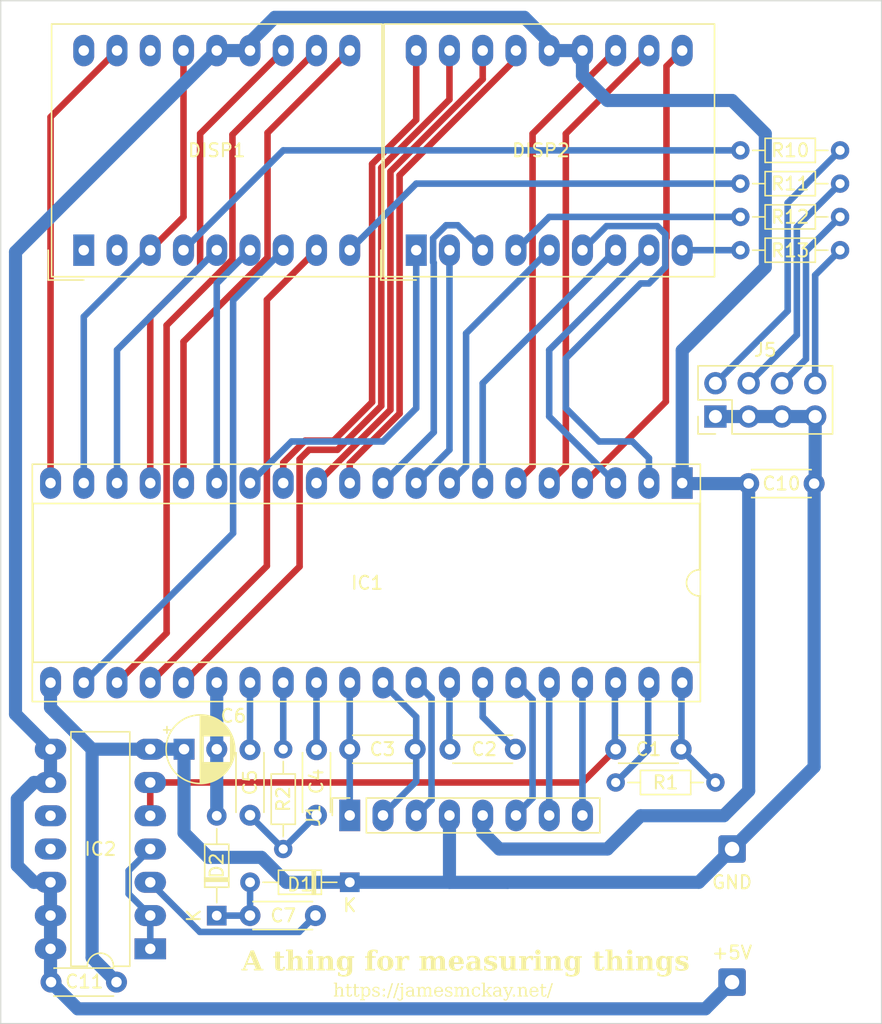
<source format=kicad_pcb>
(kicad_pcb (version 20221018) (generator pcbnew)
  (layers (0 "F.Cu" signal) (31 "B.Cu" signal) (34 "B.Paste" user) (35 "F.Paste" user) (36 "B.SilkS" user "B.Silkscreen") (37 "F.SilkS" user "F.Silkscreen") (38 "B.Mask" user) (39 "F.Mask" user) (44 "Edge.Cuts" user))
  (net 0 "")
  (net 1 "Net-(IC1-OSC3)")
  (net 2 "Net-(IC1-OSC1)")
  (net 3 "Net-(IC1-OSC2)")
  (net 4 "Net-(D2-A)")
  (net 5 "Net-(D1-A)")
  (net 6 "Net-(IC1-A-Z)")
  (net 7 "Net-(IC1-INT)")
  (net 8 "Net-(IC1-CREF-)")
  (net 9 "Net-(IC1-CREF+)")
  (net 10 "Net-(IC1-BUFF)")
  (net 11 "Net-(IC1-IN_HI)")
  (net 12 "Net-(IC1-IN_LO)")
  (net 13 "Net-(C4-Pad1)")
  (net 14 "Net-(C7-Pad2)")
  (net 15 "Net-(IC1-REF_HI)")
  (net 16 "GND")
  (net 17 "+5V")
  (net 20 "Net-(DISP1-b1)")
  (net 21 "Net-(DISP1-dp1)")
  (net 22 "Net-(DISP1-d2)")
  (net 23 "Net-(DISP1-g2)")
  (net 24 "Net-(DISP1-c2)")
  (net 25 "Net-(DISP1-dp2)")
  (net 26 "Net-(DISP1-b2)")
  (net 27 "Net-(DISP1-a2)")
  (net 28 "Net-(DISP1-f2)")
  (net 30 "Net-(DISP1-g1)")
  (net 32 "Net-(DISP2-dp1)")
  (net 33 "Net-(IC1-COMMON)")
  (net 34 "Net-(IC1-REF_LO)")
  (net 35 "Net-(IC1-TEST)")
  (net 36 "Net-(DISP2-e1)")
  (net 37 "Net-(DISP2-d1)")
  (net 38 "Net-(DISP2-c1)")
  (net 39 "Net-(DISP2-e2)")
  (net 40 "Net-(DISP2-g2)")
  (net 41 "Net-(DISP2-c2)")
  (net 42 "Net-(DISP2-dp2)")
  (net 43 "Net-(DISP2-b2)")
  (net 44 "Net-(DISP2-a2)")
  (net 45 "Net-(DISP2-f2)")
  (net 46 "Net-(DISP2-b1)")
  (net 47 "Net-(DISP2-a1)")
  (net 48 "Net-(DISP2-g1)")
  (net 49 "Net-(DISP2-f1)")
  (net 50 "Net-(DISP1-e2)")
  (net 51 "Net-(DISP2-d2)")
  (net 52 "Net-(IC2-Pad1)")
  (net 55 "Net-(J5-Pin_2)")
  (net 56 "Net-(J5-Pin_4)")
  (net 57 "Net-(J5-Pin_6)")
  (net 58 "Net-(J5-Pin_8)")
  (footprint "Capacitor_THT:C_Disc_D4.3mm_W1.9mm_P5.00mm" (layer "F.Cu") (at 165.02 78.74 180)
    (fp_text reference "C3" (at 2.5 0) (layer "F.SilkS"))
    (fp_text value "1uF" hide)
    (pad "1" thru_hole circle (at 0 0 180) (size 1.6 1.6) (drill 0.8) (layers "*.Cu" "*.Mask") (net 11 "Net-(IC1-IN_HI)"))
    (pad "2" thru_hole circle (at 5 0 180) (size 1.6 1.6) (drill 0.8) (layers "*.Cu" "*.Mask") (net 12 "Net-(IC1-IN_LO)"))
  )
  (footprint "Connector_Wire:SolderWire-0.5sqmm_1x01_D0.9mm_OD2.1mm" (layer "F.Cu") (at 189.23 86.36)
    (fp_text reference "GND" (at 0 2.54) (layer "F.SilkS"))
    (fp_text value "GND" hide)
    (pad "1" thru_hole roundrect (at 0 0) (size 2.1 2.1) (drill 1.1) (layers "*.Cu" "*.Mask") (roundrect_rratio 0.1190480952) (net 16 "GND"))
  )
  (footprint "Capacitor_THT:C_Disc_D4.3mm_W1.9mm_P5.00mm" (layer "F.Cu") (at 180.34 78.74)
    (fp_text reference "C1" (at 2.5 0) (layer "F.SilkS"))
    (fp_text value "100pF" hide)
    (pad "1" thru_hole circle (at 0 0) (size 1.6 1.6) (drill 0.8) (layers "*.Cu" "*.Mask") (net 1 "Net-(IC1-OSC3)"))
    (pad "2" thru_hole circle (at 5 0) (size 1.6 1.6) (drill 0.8) (layers "*.Cu" "*.Mask") (net 2 "Net-(IC1-OSC1)"))
  )
  (footprint "Package_DIP:DIP-14_W7.62mm_LongPads" (layer "F.Cu") (at 144.78 93.98 180)
    (fp_text reference "IC2" (at 3.81 7.62 180) (layer "F.SilkS"))
    (fp_text value "4001" hide)
    (pad "1" thru_hole rect (at 0 0 180) (size 2.4 1.6) (drill 0.8) (layers "*.Cu" "*.Mask") (net 52 "Net-(IC2-Pad1)"))
    (pad "2" thru_hole oval (at 0 2.54 180) (size 2.4 1.6) (drill 0.8) (layers "*.Cu" "*.Mask") (net 52 "Net-(IC2-Pad1)"))
    (pad "3" thru_hole oval (at 0 5.08 180) (size 2.4 1.6) (drill 0.8) (layers "*.Cu" "*.Mask") (net 14 "Net-(C7-Pad2)"))
    (pad "4" thru_hole oval (at 0 7.62 180) (size 2.4 1.6) (drill 0.8) (layers "*.Cu" "*.Mask") (net 52 "Net-(IC2-Pad1)"))
    (pad "5" thru_hole oval (at 0 10.16 180) (size 2.4 1.6) (drill 0.8) (layers "*.Cu" "*.Mask") (net 1 "Net-(IC1-OSC3)"))
    (pad "6" thru_hole oval (at 0 12.7 180) (size 2.4 1.6) (drill 0.8) (layers "*.Cu" "*.Mask") (net 1 "Net-(IC1-OSC3)"))
    (pad "7" thru_hole oval (at 0 15.24 180) (size 2.4 1.6) (drill 0.8) (layers "*.Cu" "*.Mask") (net 16 "GND"))
    (pad "8" thru_hole oval (at 7.62 15.24 180) (size 2.4 1.6) (drill 0.8) (layers "*.Cu" "*.Mask") (net 17 "+5V"))
    (pad "9" thru_hole oval (at 7.62 12.7 180) (size 2.4 1.6) (drill 0.8) (layers "*.Cu" "*.Mask") (net 17 "+5V"))
    (pad "10" thru_hole oval (at 7.62 10.16 180) (size 2.4 1.6) (drill 0.8) (layers "*.Cu" "*.Mask"))
    (pad "11" thru_hole oval (at 7.62 7.62 180) (size 2.4 1.6) (drill 0.8) (layers "*.Cu" "*.Mask"))
    (pad "12" thru_hole oval (at 7.62 5.08 180) (size 2.4 1.6) (drill 0.8) (layers "*.Cu" "*.Mask") (net 17 "+5V"))
    (pad "13" thru_hole oval (at 7.62 2.54 180) (size 2.4 1.6) (drill 0.8) (layers "*.Cu" "*.Mask") (net 17 "+5V"))
    (pad "14" thru_hole oval (at 7.62 0 180) (size 2.4 1.6) (drill 0.8) (layers "*.Cu" "*.Mask") (net 17 "+5V"))
  )
  (footprint "Connector_PinSocket_2.54mm:PinSocket_1x08_P2.54mm_Vertical" (layer "F.Cu") (at 160.02 83.795 90)
    (fp_text reference "J1" (at 0 -2.77 90) (layer "F.SilkS"))
    (fp_text value "~")
    (pad "1" thru_hole rect (at 0 0 90) (size 2.4 1.6) (drill 0.8) (layers "*.Cu" "*.Mask") (net 12 "Net-(IC1-IN_LO)"))
    (pad "2" thru_hole oval (at 0 2.54 90) (size 2.4 1.6) (drill 0.8) (layers "*.Cu" "*.Mask") (net 11 "Net-(IC1-IN_HI)"))
    (pad "3" thru_hole oval (at 0 5.08 90) (size 2.4 1.6) (drill 0.8) (layers "*.Cu" "*.Mask") (net 33 "Net-(IC1-COMMON)"))
    (pad "4" thru_hole oval (at 0 7.62 90) (size 2.4 1.6) (drill 0.8) (layers "*.Cu" "*.Mask") (net 16 "GND"))
    (pad "5" thru_hole oval (at 0 10.16 90) (size 2.4 1.6) (drill 0.8) (layers "*.Cu" "*.Mask") (net 17 "+5V"))
    (pad "6" thru_hole oval (at 0 12.7 90) (size 2.4 1.6) (drill 0.8) (layers "*.Cu" "*.Mask") (net 34 "Net-(IC1-REF_LO)"))
    (pad "7" thru_hole oval (at 0 15.24 90) (size 2.4 1.6) (drill 0.8) (layers "*.Cu" "*.Mask") (net 15 "Net-(IC1-REF_HI)"))
    (pad "8" thru_hole oval (at 0 17.78 90) (size 2.4 1.6) (drill 0.8) (layers "*.Cu" "*.Mask") (net 35 "Net-(IC1-TEST)"))
  )
  (footprint "Package_DIP:DIP-40_W15.24mm_Socket_LongPads" (layer "F.Cu") (at 185.42 58.42 -90)
    (fp_text reference "IC1" (at 7.62 24.0725) (layer "F.SilkS"))
    (fp_text value "ICL7107CPL" hide)
    (pad "1" thru_hole rect (at 0 0 270) (size 2.4 1.6) (drill 0.8) (layers "*.Cu" "*.Mask") (net 17 "+5V"))
    (pad "2" thru_hole oval (at 0 2.54 270) (size 2.4 1.6) (drill 0.8) (layers "*.Cu" "*.Mask") (net 51 "Net-(DISP2-d2)"))
    (pad "3" thru_hole oval (at 0 5.08 270) (size 2.4 1.6) (drill 0.8) (layers "*.Cu" "*.Mask") (net 41 "Net-(DISP2-c2)"))
    (pad "4" thru_hole oval (at 0 7.62 270) (size 2.4 1.6) (drill 0.8) (layers "*.Cu" "*.Mask") (net 43 "Net-(DISP2-b2)"))
    (pad "5" thru_hole oval (at 0 10.16 270) (size 2.4 1.6) (drill 0.8) (layers "*.Cu" "*.Mask") (net 44 "Net-(DISP2-a2)"))
    (pad "6" thru_hole oval (at 0 12.7 270) (size 2.4 1.6) (drill 0.8) (layers "*.Cu" "*.Mask") (net 45 "Net-(DISP2-f2)"))
    (pad "7" thru_hole oval (at 0 15.24 270) (size 2.4 1.6) (drill 0.8) (layers "*.Cu" "*.Mask") (net 40 "Net-(DISP2-g2)"))
    (pad "8" thru_hole oval (at 0 17.78 270) (size 2.4 1.6) (drill 0.8) (layers "*.Cu" "*.Mask") (net 39 "Net-(DISP2-e2)"))
    (pad "9" thru_hole oval (at 0 20.32 270) (size 2.4 1.6) (drill 0.8) (layers "*.Cu" "*.Mask") (net 37 "Net-(DISP2-d1)"))
    (pad "10" thru_hole oval (at 0 22.86 270) (size 2.4 1.6) (drill 0.8) (layers "*.Cu" "*.Mask") (net 38 "Net-(DISP2-c1)"))
    (pad "11" thru_hole oval (at 0 25.4 270) (size 2.4 1.6) (drill 0.8) (layers "*.Cu" "*.Mask") (net 46 "Net-(DISP2-b1)"))
    (pad "12" thru_hole oval (at 0 27.94 270) (size 2.4 1.6) (drill 0.8) (layers "*.Cu" "*.Mask") (net 47 "Net-(DISP2-a1)"))
    (pad "13" thru_hole oval (at 0 30.48 270) (size 2.4 1.6) (drill 0.8) (layers "*.Cu" "*.Mask") (net 49 "Net-(DISP2-f1)"))
    (pad "14" thru_hole oval (at 0 33.02 270) (size 2.4 1.6) (drill 0.8) (layers "*.Cu" "*.Mask") (net 36 "Net-(DISP2-e1)"))
    (pad "15" thru_hole oval (at 0 35.56 270) (size 2.4 1.6) (drill 0.8) (layers "*.Cu" "*.Mask") (net 22 "Net-(DISP1-d2)"))
    (pad "16" thru_hole oval (at 0 38.1 270) (size 2.4 1.6) (drill 0.8) (layers "*.Cu" "*.Mask") (net 26 "Net-(DISP1-b2)"))
    (pad "17" thru_hole oval (at 0 40.64 270) (size 2.4 1.6) (drill 0.8) (layers "*.Cu" "*.Mask") (net 28 "Net-(DISP1-f2)"))
    (pad "18" thru_hole oval (at 0 43.18 270) (size 2.4 1.6) (drill 0.8) (layers "*.Cu" "*.Mask") (net 50 "Net-(DISP1-e2)"))
    (pad "19" thru_hole oval (at 0 45.72 270) (size 2.4 1.6) (drill 0.8) (layers "*.Cu" "*.Mask") (net 20 "Net-(DISP1-b1)"))
    (pad "20" thru_hole oval (at 0 48.26 270) (size 2.4 1.6) (drill 0.8) (layers "*.Cu" "*.Mask") (net 30 "Net-(DISP1-g1)"))
    (pad "21" thru_hole oval (at 15.24 48.26 270) (size 2.4 1.6) (drill 0.8) (layers "*.Cu" "*.Mask") (net 16 "GND"))
    (pad "22" thru_hole oval (at 15.24 45.72 270) (size 2.4 1.6) (drill 0.8) (layers "*.Cu" "*.Mask") (net 23 "Net-(DISP1-g2)"))
    (pad "23" thru_hole oval (at 15.24 43.18 270) (size 2.4 1.6) (drill 0.8) (layers "*.Cu" "*.Mask") (net 27 "Net-(DISP1-a2)"))
    (pad "24" thru_hole oval (at 15.24 40.64 270) (size 2.4 1.6) (drill 0.8) (layers "*.Cu" "*.Mask") (net 24 "Net-(DISP1-c2)"))
    (pad "25" thru_hole oval (at 15.24 38.1 270) (size 2.4 1.6) (drill 0.8) (layers "*.Cu" "*.Mask") (net 48 "Net-(DISP2-g1)"))
    (pad "26" thru_hole oval (at 15.24 35.56 270) (size 2.4 1.6) (drill 0.8) (layers "*.Cu" "*.Mask") (net 4 "Net-(D2-A)"))
    (pad "27" thru_hole oval (at 15.24 33.02 270) (size 2.4 1.6) (drill 0.8) (layers "*.Cu" "*.Mask") (net 7 "Net-(IC1-INT)"))
    (pad "28" thru_hole oval (at 15.24 30.48 270) (size 2.4 1.6) (drill 0.8) (layers "*.Cu" "*.Mask") (net 10 "Net-(IC1-BUFF)"))
    (pad "29" thru_hole oval (at 15.24 27.94 270) (size 2.4 1.6) (drill 0.8) (layers "*.Cu" "*.Mask") (net 6 "Net-(IC1-A-Z)"))
    (pad "30" thru_hole oval (at 15.24 25.4 270) (size 2.4 1.6) (drill 0.8) (layers "*.Cu" "*.Mask") (net 12 "Net-(IC1-IN_LO)"))
    (pad "31" thru_hole oval (at 15.24 22.86 270) (size 2.4 1.6) (drill 0.8) (layers "*.Cu" "*.Mask") (net 11 "Net-(IC1-IN_HI)"))
    (pad "32" thru_hole oval (at 15.24 20.32 270) (size 2.4 1.6) (drill 0.8) (layers "*.Cu" "*.Mask") (net 33 "Net-(IC1-COMMON)"))
    (pad "33" thru_hole oval (at 15.24 17.78 270) (size 2.4 1.6) (drill 0.8) (layers "*.Cu" "*.Mask") (net 8 "Net-(IC1-CREF-)"))
    (pad "34" thru_hole oval (at 15.24 15.24 270) (size 2.4 1.6) (drill 0.8) (layers "*.Cu" "*.Mask") (net 9 "Net-(IC1-CREF+)"))
    (pad "35" thru_hole oval (at 15.24 12.7 270) (size 2.4 1.6) (drill 0.8) (layers "*.Cu" "*.Mask") (net 34 "Net-(IC1-REF_LO)"))
    (pad "36" thru_hole oval (at 15.24 10.16 270) (size 2.4 1.6) (drill 0.8) (layers "*.Cu" "*.Mask") (net 15 "Net-(IC1-REF_HI)"))
    (pad "37" thru_hole oval (at 15.24 7.62 270) (size 2.4 1.6) (drill 0.8) (layers "*.Cu" "*.Mask") (net 35 "Net-(IC1-TEST)"))
    (pad "38" thru_hole oval (at 15.24 5.08 270) (size 2.4 1.6) (drill 0.8) (layers "*.Cu" "*.Mask") (net 1 "Net-(IC1-OSC3)"))
    (pad "39" thru_hole oval (at 15.24 2.54 270) (size 2.4 1.6) (drill 0.8) (layers "*.Cu" "*.Mask") (net 3 "Net-(IC1-OSC2)"))
    (pad "40" thru_hole oval (at 15.24 0 270) (size 2.4 1.6) (drill 0.8) (layers "*.Cu" "*.Mask") (net 2 "Net-(IC1-OSC1)"))
  )
  (footprint "Display_7Segment:DA56-11SURKWA" (layer "F.Cu") (at 139.7 40.64 90)
    (fp_text reference "DISP1" (at 7.62 10.16 180) (layer "F.SilkS"))
    (fp_text value "D512HDB")
    (pad "1" thru_hole rect (at 0 0 90) (size 2.4 1.6) (drill 0.8) (layers "*.Cu" "*.Mask"))
    (pad "2" thru_hole oval (at 0 2.54 90) (size 2.4 1.6) (drill 0.8) (layers "*.Cu" "*.Mask"))
    (pad "3" thru_hole oval (at 0 5.08 90) (size 2.4 1.6) (drill 0.8) (layers "*.Cu" "*.Mask") (net 20 "Net-(DISP1-b1)"))
    (pad "4" thru_hole oval (at 0 7.62 90) (size 2.4 1.6) (drill 0.8) (layers "*.Cu" "*.Mask") (net 21 "Net-(DISP1-dp1)"))
    (pad "5" thru_hole oval (at 0 10.16 90) (size 2.4 1.6) (drill 0.8) (layers "*.Cu" "*.Mask") (net 50 "Net-(DISP1-e2)"))
    (pad "6" thru_hole oval (at 0 12.7 90) (size 2.4 1.6) (drill 0.8) (layers "*.Cu" "*.Mask") (net 22 "Net-(DISP1-d2)"))
    (pad "7" thru_hole oval (at 0 15.24 90) (size 2.4 1.6) (drill 0.8) (layers "*.Cu" "*.Mask") (net 23 "Net-(DISP1-g2)"))
    (pad "8" thru_hole oval (at 0 17.78 90) (size 2.4 1.6) (drill 0.8) (layers "*.Cu" "*.Mask") (net 24 "Net-(DISP1-c2)"))
    (pad "9" thru_hole oval (at 0 20.32 90) (size 2.4 1.6) (drill 0.8) (layers "*.Cu" "*.Mask") (net 25 "Net-(DISP1-dp2)"))
    (pad "10" thru_hole oval (at 15.24 20.32 90) (size 2.4 1.6) (drill 0.8) (layers "*.Cu" "*.Mask") (net 26 "Net-(DISP1-b2)"))
    (pad "11" thru_hole oval (at 15.24 17.78 90) (size 2.4 1.6) (drill 0.8) (layers "*.Cu" "*.Mask") (net 27 "Net-(DISP1-a2)"))
    (pad "12" thru_hole oval (at 15.24 15.24 90) (size 2.4 1.6) (drill 0.8) (layers "*.Cu" "*.Mask") (net 28 "Net-(DISP1-f2)"))
    (pad "13" thru_hole oval (at 15.24 12.7 90) (size 2.4 1.6) (drill 0.8) (layers "*.Cu" "*.Mask") (net 17 "+5V"))
    (pad "14" thru_hole oval (at 15.24 10.16 90) (size 2.4 1.6) (drill 0.8) (layers "*.Cu" "*.Mask") (net 17 "+5V"))
    (pad "15" thru_hole oval (at 15.24 7.62 90) (size 2.4 1.6) (drill 0.8) (layers "*.Cu" "*.Mask") (net 20 "Net-(DISP1-b1)"))
    (pad "16" thru_hole oval (at 15.24 5.08 90) (size 2.4 1.6) (drill 0.8) (layers "*.Cu" "*.Mask"))
    (pad "17" thru_hole oval (at 15.24 2.54 90) (size 2.4 1.6) (drill 0.8) (layers "*.Cu" "*.Mask") (net 30 "Net-(DISP1-g1)"))
    (pad "18" thru_hole oval (at 15.24 0 90) (size 2.4 1.6) (drill 0.8) (layers "*.Cu" "*.Mask"))
  )
  (footprint "Display_7Segment:DA56-11SURKWA" (layer "F.Cu") (at 165.1 40.64 90)
    (fp_text reference "DISP2" (at 7.62 9.525 180) (layer "F.SilkS"))
    (fp_text value "D512HDB" hide)
    (pad "1" thru_hole rect (at 0 0 90) (size 2.4 1.6) (drill 0.8) (layers "*.Cu" "*.Mask") (net 36 "Net-(DISP2-e1)"))
    (pad "2" thru_hole oval (at 0 2.54 90) (size 2.4 1.6) (drill 0.8) (layers "*.Cu" "*.Mask") (net 37 "Net-(DISP2-d1)"))
    (pad "3" thru_hole oval (at 0 5.08 90) (size 2.4 1.6) (drill 0.8) (layers "*.Cu" "*.Mask") (net 38 "Net-(DISP2-c1)"))
    (pad "4" thru_hole oval (at 0 7.62 90) (size 2.4 1.6) (drill 0.8) (layers "*.Cu" "*.Mask") (net 32 "Net-(DISP2-dp1)"))
    (pad "5" thru_hole oval (at 0 10.16 90) (size 2.4 1.6) (drill 0.8) (layers "*.Cu" "*.Mask") (net 39 "Net-(DISP2-e2)"))
    (pad "6" thru_hole oval (at 0 12.7 90) (size 2.4 1.6) (drill 0.8) (layers "*.Cu" "*.Mask") (net 51 "Net-(DISP2-d2)"))
    (pad "7" thru_hole oval (at 0 15.24 90) (size 2.4 1.6) (drill 0.8) (layers "*.Cu" "*.Mask") (net 40 "Net-(DISP2-g2)"))
    (pad "8" thru_hole oval (at 0 17.78 90) (size 2.4 1.6) (drill 0.8) (layers "*.Cu" "*.Mask") (net 41 "Net-(DISP2-c2)"))
    (pad "9" thru_hole oval (at 0 20.32 90) (size 2.4 1.6) (drill 0.8) (layers "*.Cu" "*.Mask") (net 42 "Net-(DISP2-dp2)"))
    (pad "10" thru_hole oval (at 15.24 20.32 90) (size 2.4 1.6) (drill 0.8) (layers "*.Cu" "*.Mask") (net 43 "Net-(DISP2-b2)"))
    (pad "11" thru_hole oval (at 15.24 17.78 90) (size 2.4 1.6) (drill 0.8) (layers "*.Cu" "*.Mask") (net 44 "Net-(DISP2-a2)"))
    (pad "12" thru_hole oval (at 15.24 15.24 90) (size 2.4 1.6) (drill 0.8) (layers "*.Cu" "*.Mask") (net 45 "Net-(DISP2-f2)"))
    (pad "13" thru_hole oval (at 15.24 12.7 90) (size 2.4 1.6) (drill 0.8) (layers "*.Cu" "*.Mask") (net 17 "+5V"))
    (pad "14" thru_hole oval (at 15.24 10.16 90) (size 2.4 1.6) (drill 0.8) (layers "*.Cu" "*.Mask") (net 17 "+5V"))
    (pad "15" thru_hole oval (at 15.24 7.62 90) (size 2.4 1.6) (drill 0.8) (layers "*.Cu" "*.Mask") (net 46 "Net-(DISP2-b1)"))
    (pad "16" thru_hole oval (at 15.24 5.08 90) (size 2.4 1.6) (drill 0.8) (layers "*.Cu" "*.Mask") (net 47 "Net-(DISP2-a1)"))
    (pad "17" thru_hole oval (at 15.24 2.54 90) (size 2.4 1.6) (drill 0.8) (layers "*.Cu" "*.Mask") (net 48 "Net-(DISP2-g1)"))
    (pad "18" thru_hole oval (at 15.24 0 90) (size 2.4 1.6) (drill 0.8) (layers "*.Cu" "*.Mask") (net 49 "Net-(DISP2-f1)"))
  )
  (footprint "Resistor_THT:R_Axial_DIN0204_L3.6mm_D1.6mm_P7.62mm_Horizontal" (layer "F.Cu") (at 189.865 35.56)
    (fp_text reference "R11" (at 3.81 0) (layer "F.SilkS"))
    (fp_text value "620R" hide)
    (pad "1" thru_hole circle (at 0 0) (size 1.4 1.4) (drill 0.7) (layers "*.Cu" "*.Mask") (net 25 "Net-(DISP1-dp2)"))
    (pad "2" thru_hole oval (at 7.62 0) (size 1.4 1.4) (drill 0.7) (layers "*.Cu" "*.Mask") (net 56 "Net-(J5-Pin_4)"))
  )
  (footprint "Resistor_THT:R_Axial_DIN0204_L3.6mm_D1.6mm_P7.62mm_Horizontal" (layer "F.Cu") (at 197.485 33.02 180)
    (fp_text reference "R10" (at 3.81 0) (layer "F.SilkS"))
    (fp_text value "620R" hide)
    (pad "1" thru_hole circle (at 0 0 180) (size 1.4 1.4) (drill 0.7) (layers "*.Cu" "*.Mask") (net 55 "Net-(J5-Pin_2)"))
    (pad "2" thru_hole oval (at 7.62 0 180) (size 1.4 1.4) (drill 0.7) (layers "*.Cu" "*.Mask") (net 21 "Net-(DISP1-dp1)"))
  )
  (footprint "Connector_PinHeader_2.54mm:PinHeader_2x04_P2.54mm_Vertical" (layer "F.Cu") (at 187.96 53.34 90)
    (fp_text reference "J5" (at 5.08 3.81) (layer "F.SilkS"))
    (fp_text value "~")
    (pad "1" thru_hole rect (at 0 0 90) (size 1.7 1.7) (drill 1) (layers "*.Cu" "*.Mask") (net 16 "GND"))
    (pad "2" thru_hole oval (at 2.54 0 90) (size 1.7 1.7) (drill 1) (layers "*.Cu" "*.Mask") (net 55 "Net-(J5-Pin_2)"))
    (pad "3" thru_hole oval (at 0 2.54 90) (size 1.7 1.7) (drill 1) (layers "*.Cu" "*.Mask") (net 16 "GND"))
    (pad "4" thru_hole oval (at 2.54 2.54 90) (size 1.7 1.7) (drill 1) (layers "*.Cu" "*.Mask") (net 56 "Net-(J5-Pin_4)"))
    (pad "5" thru_hole oval (at 0 5.08 90) (size 1.7 1.7) (drill 1) (layers "*.Cu" "*.Mask") (net 16 "GND"))
    (pad "6" thru_hole oval (at 2.54 5.08 90) (size 1.7 1.7) (drill 1) (layers "*.Cu" "*.Mask") (net 57 "Net-(J5-Pin_6)"))
    (pad "7" thru_hole oval (at 0 7.62 90) (size 1.7 1.7) (drill 1) (layers "*.Cu" "*.Mask") (net 16 "GND"))
    (pad "8" thru_hole oval (at 2.54 7.62 90) (size 1.7 1.7) (drill 1) (layers "*.Cu" "*.Mask") (net 58 "Net-(J5-Pin_8)"))
  )
  (footprint "Capacitor_THT:C_Disc_D4.3mm_W1.9mm_P5.00mm" (layer "F.Cu") (at 152.4 91.44)
    (fp_text reference "C7" (at 2.54 0) (layer "F.SilkS"))
    (fp_text value "47nF" hide)
    (pad "1" thru_hole circle (at 0 0) (size 1.6 1.6) (drill 0.8) (layers "*.Cu" "*.Mask") (net 5 "Net-(D1-A)"))
    (pad "2" thru_hole circle (at 5 0) (size 1.6 1.6) (drill 0.8) (layers "*.Cu" "*.Mask") (net 14 "Net-(C7-Pad2)"))
  )
  (footprint "MountingHole:MountingHole_3.2mm_M3" (layer "F.Cu") (at 180.325 50.8)
    (fp_text reference "REF**" hide)
    (fp_text value "MountingHole_3.2mm_M3" hide)
    (pad "" np_thru_hole circle (at 0 0) (size 3.2 3.2) (drill 3.2) (layers "F&B.Cu" "*.Mask"))
  )
  (footprint "Diode_THT:D_DO-34_SOD68_P7.62mm_Horizontal" (layer "F.Cu") (at 160.025 88.9 180)
    (fp_text reference "D1" (at 3.81 -0.17) (layer "F.SilkS"))
    (fp_text value "1N4148" hide)
    (fp_text user "K" (at 0 -1.75) (layer "F.SilkS"))
    (pad "1" thru_hole rect (at 0 0 180) (size 1.5 1.5) (drill 0.75) (layers "*.Cu" "*.Mask") (net 16 "GND"))
    (pad "2" thru_hole oval (at 7.62 0 180) (size 1.5 1.5) (drill 0.75) (layers "*.Cu" "*.Mask") (net 5 "Net-(D1-A)"))
  )
  (footprint "Capacitor_THT:C_Disc_D4.3mm_W1.9mm_P5.00mm" (layer "F.Cu") (at 167.68 78.74)
    (fp_text reference "C2" (at 2.6125 0) (layer "F.SilkS"))
    (fp_text value "100nF" hide)
    (pad "1" thru_hole circle (at 0 0) (size 1.6 1.6) (drill 0.8) (layers "*.Cu" "*.Mask") (net 8 "Net-(IC1-CREF-)"))
    (pad "2" thru_hole circle (at 5 0) (size 1.6 1.6) (drill 0.8) (layers "*.Cu" "*.Mask") (net 9 "Net-(IC1-CREF+)"))
  )
  (footprint "Capacitor_THT:C_Disc_D4.3mm_W1.9mm_P5.00mm" (layer "F.Cu") (at 157.48 83.78 90)
    (fp_text reference "C4" (at 2.58 0 90) (layer "F.SilkS"))
    (fp_text value "47nF" hide)
    (pad "1" thru_hole circle (at 0 0 90) (size 1.6 1.6) (drill 0.8) (layers "*.Cu" "*.Mask") (net 13 "Net-(C4-Pad1)"))
    (pad "2" thru_hole circle (at 5 0 90) (size 1.6 1.6) (drill 0.8) (layers "*.Cu" "*.Mask") (net 6 "Net-(IC1-A-Z)"))
  )
  (footprint "Capacitor_THT:C_Disc_D4.3mm_W1.9mm_P5.00mm" (layer "F.Cu") (at 152.4 83.78 90)
    (fp_text reference "C5" (at 2.5 0 90) (layer "F.SilkS"))
    (fp_text value "220nF" hide)
    (pad "1" thru_hole circle (at 0 0 90) (size 1.6 1.6) (drill 0.8) (layers "*.Cu" "*.Mask") (net 13 "Net-(C4-Pad1)"))
    (pad "2" thru_hole circle (at 5 0 90) (size 1.6 1.6) (drill 0.8) (layers "*.Cu" "*.Mask") (net 7 "Net-(IC1-INT)"))
  )
  (footprint "Diode_THT:D_DO-34_SOD68_P7.62mm_Horizontal" (layer "F.Cu") (at 149.86 91.445 90)
    (fp_text reference "D2" (at 3.815 0 90) (layer "F.SilkS"))
    (fp_text value "1N4148" hide)
    (fp_text user "K" (at 0 -1.75 90) (layer "F.SilkS"))
    (pad "1" thru_hole rect (at 0 0 90) (size 1.5 1.5) (drill 0.75) (layers "*.Cu" "*.Mask") (net 5 "Net-(D1-A)"))
    (pad "2" thru_hole oval (at 7.62 0 90) (size 1.5 1.5) (drill 0.75) (layers "*.Cu" "*.Mask") (net 4 "Net-(D2-A)"))
  )
  (footprint "MountingHole:MountingHole_3.2mm_M3" (layer "F.Cu") (at 157.465 50.8)
    (fp_text reference "REF**" hide)
    (fp_text value "MountingHole_3.2mm_M3" hide)
    (pad "" np_thru_hole circle (at 0 0) (size 3.2 3.2) (drill 3.2) (layers "F&B.Cu" "*.Mask"))
  )
  (footprint "Capacitor_THT:C_Disc_D4.3mm_W1.9mm_P5.00mm" (layer "F.Cu") (at 190.5 58.46)
    (fp_text reference "C10" (at 2.5 0) (layer "F.SilkS"))
    (fp_text value "47nF" hide)
    (pad "1" thru_hole circle (at 0 0) (size 1.6 1.6) (drill 0.8) (layers "*.Cu" "*.Mask") (net 17 "+5V"))
    (pad "2" thru_hole circle (at 5 0) (size 1.6 1.6) (drill 0.8) (layers "*.Cu" "*.Mask") (net 16 "GND"))
  )
  (footprint "Capacitor_THT:CP_Radial_D5.0mm_P2.50mm" (layer "F.Cu") (at 147.36 78.74)
    (fp_text reference "C6" (at 3.77 -2.54) (layer "F.SilkS"))
    (fp_text value "10uF" hide)
    (pad "1" thru_hole rect (at 0 0) (size 1.6 1.6) (drill 0.8) (layers "*.Cu" "*.Mask") (net 16 "GND"))
    (pad "2" thru_hole circle (at 2.5 0) (size 1.6 1.6) (drill 0.8) (layers "*.Cu" "*.Mask") (net 4 "Net-(D2-A)"))
  )
  (footprint "Resistor_THT:R_Axial_DIN0204_L3.6mm_D1.6mm_P7.62mm_Horizontal" (layer "F.Cu") (at 189.865 40.64)
    (fp_text reference "R13" (at 3.81 0.025) (layer "F.SilkS"))
    (fp_text value "620R" hide)
    (pad "1" thru_hole circle (at 0 0) (size 1.4 1.4) (drill 0.7) (layers "*.Cu" "*.Mask") (net 42 "Net-(DISP2-dp2)"))
    (pad "2" thru_hole oval (at 7.62 0) (size 1.4 1.4) (drill 0.7) (layers "*.Cu" "*.Mask") (net 58 "Net-(J5-Pin_8)"))
  )
  (footprint "Resistor_THT:R_Axial_DIN0204_L3.6mm_D1.6mm_P7.62mm_Horizontal" (layer "F.Cu") (at 154.94 78.74 -90)
    (fp_text reference "R2" (at 3.81 0 90) (layer "F.SilkS"))
    (fp_text value "470k" hide)
    (pad "1" thru_hole circle (at 0 0 270) (size 1.4 1.4) (drill 0.7) (layers "*.Cu" "*.Mask") (net 10 "Net-(IC1-BUFF)"))
    (pad "2" thru_hole oval (at 7.62 0 270) (size 1.4 1.4) (drill 0.7) (layers "*.Cu" "*.Mask") (net 13 "Net-(C4-Pad1)"))
  )
  (footprint "Resistor_THT:R_Axial_DIN0204_L3.6mm_D1.6mm_P7.62mm_Horizontal" (layer "F.Cu") (at 180.34 81.28)
    (fp_text reference "R1" (at 3.81 0) (layer "F.SilkS"))
    (fp_text value "100k" hide)
    (pad "1" thru_hole circle (at 0 0) (size 1.4 1.4) (drill 0.7) (layers "*.Cu" "*.Mask") (net 3 "Net-(IC1-OSC2)"))
    (pad "2" thru_hole oval (at 7.62 0) (size 1.4 1.4) (drill 0.7) (layers "*.Cu" "*.Mask") (net 2 "Net-(IC1-OSC1)"))
  )
  (footprint "Capacitor_THT:C_Disc_D4.3mm_W1.9mm_P5.00mm" (layer "F.Cu") (at 137.2 96.52)
    (fp_text reference "C11" (at 2.54 -0.04) (layer "F.SilkS"))
    (fp_text value "47nF" hide)
    (pad "1" thru_hole circle (at 0 0) (size 1.6 1.6) (drill 0.8) (layers "*.Cu" "*.Mask") (net 17 "+5V"))
    (pad "2" thru_hole circle (at 5 0) (size 1.6 1.6) (drill 0.8) (layers "*.Cu" "*.Mask") (net 16 "GND"))
  )
  (footprint "Connector_Wire:SolderWire-0.5sqmm_1x01_D0.9mm_OD2.1mm" (layer "F.Cu") (at 189.23 96.52)
    (fp_text reference "+5V" (at 0 -2.25) (layer "F.SilkS"))
    (fp_text value "+5V" hide)
    (pad "1" thru_hole roundrect (at 0 0) (size 2.1 2.1) (drill 1.1) (layers "*.Cu" "*.Mask") (roundrect_rratio 0.1190480952) (net 17 "+5V"))
  )
  (footprint "Resistor_THT:R_Axial_DIN0204_L3.6mm_D1.6mm_P7.62mm_Horizontal" (layer "F.Cu") (at 189.865 38.1)
    (fp_text reference "R12" (at 3.81 0) (layer "F.SilkS"))
    (fp_text value "620R" hide)
    (pad "1" thru_hole circle (at 0 0) (size 1.4 1.4) (drill 0.7) (layers "*.Cu" "*.Mask") (net 32 "Net-(DISP2-dp1)"))
    (pad "2" thru_hole oval (at 7.62 0) (size 1.4 1.4) (drill 0.7) (layers "*.Cu" "*.Mask") (net 57 "Net-(J5-Pin_6)"))
  )
  (gr_rect (start 133.35 21.59) (end 200.66 99.695) (stroke (width 0.1)) (fill none) (layer "Edge.Cuts"))
  (gr_text "A thing for measuring things" (at 151.765 95.885) (layer "F.SilkS") (effects (font (size 1.5 1.5) (thickness 0.3) bold) (justify left bottom)))
  (gr_text "https://jamesmckay.net/" (at 158.75 97.79) (layer "F.SilkS") (effects (font (size 1 1) (thickness 0.125)) (justify left bottom)))
  (segment (start 180.34 78.74) (end 177.8 81.28) (width 0.5) (layer "F.Cu") (net 1))
  (segment (start 144.78 81.28) (end 144.78 83.82) (width 0.5) (layer "F.Cu") (net 1))
  (segment (start 177.8 81.28) (end 144.78 81.28) (width 0.5) (layer "F.Cu") (net 1))
  (segment (start 180.2825 73.66) (end 180.2825 78.6825) (width 0.5) (layer "B.Cu") (net 1))
  (segment (start 185.3625 73.66) (end 185.3625 78.7175) (width 0.5) (layer "B.Cu") (net 2))
  (segment (start 187.88 81.28) (end 185.34 78.74) (width 0.5) (layer "B.Cu") (net 2))
  (segment (start 182.8225 73.66) (end 182.8225 78.7975) (width 0.5) (layer "B.Cu") (net 3))
  (segment (start 182.8225 78.7975) (end 180.34 81.28) (width 0.5) (layer "B.Cu") (net 3))
  (segment (start 149.86 73.66) (end 149.86 78.74) (width 1) (layer "B.Cu") (net 4))
  (segment (start 149.86 78.74) (end 149.86 83.825) (width 1) (layer "B.Cu") (net 4))
  (segment (start 152.405 88.9) (end 152.405 91.435) (width 0.5) (layer "B.Cu") (net 5))
  (segment (start 149.86 91.445) (end 152.395 91.445) (width 0.5) (layer "B.Cu") (net 5))
  (segment (start 157.48 78.78) (end 157.48 73.66) (width 0.5) (layer "B.Cu") (net 6))
  (segment (start 152.4 78.78) (end 152.4 73.66) (width 0.5) (layer "B.Cu") (net 7))
  (segment (start 167.64 73.66) (end 167.64 78.7) (width 0.5) (layer "B.Cu") (net 8))
  (segment (start 170.18 73.7325) (end 170.18 76.27625) (width 0.5) (layer "B.Cu") (net 9))
  (segment (start 170.18 76.27625) (end 172.5675 78.66375) (width 0.5) (layer "B.Cu") (net 9))
  (segment (start 154.94 78.74) (end 154.94 73.66) (width 0.5) (layer "B.Cu") (net 10))
  (segment (start 165.1 81.1975) (end 162.5025 83.795) (width 0.5) (layer "B.Cu") (net 11))
  (segment (start 165.1 76.2725) (end 165.1 81.1975) (width 0.5) (layer "B.Cu") (net 11))
  (segment (start 162.56 73.7325) (end 165.1 76.2725) (width 0.5) (layer "B.Cu") (net 11))
  (segment (start 160.02 83.7375) (end 160.02 73.66) (width 0.5) (layer "B.Cu") (net 12))
  (segment (start 154.94 86.32) (end 157.48 83.78) (width 0.5) (layer "B.Cu") (net 13))
  (segment (start 152.4 83.82) (end 154.94 86.36) (width 0.5) (layer "B.Cu") (net 13))
  (segment (start 148.57 92.69) (end 156.15 92.69) (width 0.5) (layer "B.Cu") (net 14))
  (segment (start 156.15 92.69) (end 157.4 91.44) (width 0.5) (layer "B.Cu") (net 14))
  (segment (start 144.78 88.9) (end 148.57 92.69) (width 0.5) (layer "B.Cu") (net 14))
  (segment (start 175.26 73.66) (end 175.26 83.7375) (width 0.5) (layer "B.Cu") (net 15))
  (segment (start 195.58 53.34) (end 195.58 58.38) (width 1) (layer "B.Cu") (net 16))
  (segment (start 140.335 94.655) (end 140.335 78.74) (width 1) (layer "B.Cu") (net 16))
  (segment (start 142.2 96.52) (end 140.335 94.655) (width 1) (layer "B.Cu") (net 16))
  (segment (start 167.64 83.795) (end 167.64 88.9) (width 1) (layer "B.Cu") (net 16))
  (segment (start 186.69 88.9) (end 195.5 80.09) (width 1) (layer "B.Cu") (net 16))
  (segment (start 137.16 75.565) (end 140.335 78.74) (width 1) (layer "B.Cu") (net 16))
  (segment (start 153.267896 86.995) (end 155.172896 88.9) (width 1) (layer "B.Cu") (net 16))
  (segment (start 137.16 73.66) (end 137.16 75.565) (width 1) (layer "B.Cu") (net 16))
  (segment (start 187.96 53.34) (end 195.58 53.34) (width 1) (layer "B.Cu") (net 16))
  (segment (start 195.5 80.09) (end 195.5 58.46) (width 1) (layer "B.Cu") (net 16))
  (segment (start 167.64 88.9) (end 172.085 88.9) (width 1) (layer "B.Cu") (net 16))
  (segment (start 149.225 86.995) (end 153.267896 86.995) (width 1) (layer "B.Cu") (net 16))
  (segment (start 147.36 85.13) (end 149.225 86.995) (width 1) (layer "B.Cu") (net 16))
  (segment (start 172.085 88.9) (end 186.69 88.9) (width 1) (layer "B.Cu") (net 16))
  (segment (start 140.335 78.74) (end 147.36 78.74) (width 1) (layer "B.Cu") (net 16))
  (segment (start 147.36 78.74) (end 147.36 85.13) (width 1) (layer "B.Cu") (net 16))
  (segment (start 155.172896 88.9) (end 172.085 88.9) (width 1) (layer "B.Cu") (net 16))
  (segment (start 179.705 29.21) (end 189.23 29.21) (width 1) (layer "B.Cu") (net 17))
  (segment (start 134.62 87.63) (end 134.62 82.55) (width 1) (layer "B.Cu") (net 17))
  (segment (start 177.8 25.4) (end 177.8 27.305) (width 1) (layer "B.Cu") (net 17))
  (segment (start 187.19 98.56) (end 189.23 96.52) (width 1) (layer "B.Cu") (net 17))
  (segment (start 190.5 81.915) (end 190.5 58.46) (width 1) (layer "B.Cu") (net 17))
  (segment (start 137.16 93.98) (end 137.16 96.48) (width 1) (layer "B.Cu") (net 17))
  (segment (start 135.89 81.28) (end 137.16 81.28) (width 1) (layer "B.Cu") (net 17))
  (segment (start 137.16 88.9) (end 135.89 88.9) (width 1) (layer "B.Cu") (net 17))
  (segment (start 185.46 58.46) (end 190.5 58.46) (width 1) (layer "B.Cu") (net 17))
  (segment (start 135.89 88.9) (end 134.62 87.63) (width 1) (layer "B.Cu") (net 17))
  (segment (start 170.18 83.795) (end 170.18 85.09) (width 1) (layer "B.Cu") (net 17))
  (segment (start 175.26 25.4) (end 177.8 25.4) (width 1) (layer "B.Cu") (net 17))
  (segment (start 189.23 29.21) (end 191.77 31.75) (width 1) (layer "B.Cu") (net 17))
  (segment (start 134.62 82.55) (end 135.89 81.28) (width 1) (layer "B.Cu") (net 17))
  (segment (start 137.16 81.28) (end 137.16 78.74) (width 1) (layer "B.Cu") (net 17))
  (segment (start 139.24 98.56) (end 187.19 98.56) (width 1) (layer "B.Cu") (net 17))
  (segment (start 173.355 22.86) (end 175.26 24.765) (width 1) (layer "B.Cu") (net 17))
  (segment (start 149.86 25.4) (end 152.4 25.4) (width 1) (layer "B.Cu") (net 17))
  (segment (start 188.595 83.82) (end 190.5 81.915) (width 1) (layer "B.Cu") (net 17))
  (segment (start 137.16 93.98) (end 137.16 88.9) (width 1) (layer "B.Cu") (net 17))
  (segment (start 134.485 40.775) (end 149.86 25.4) (width 1) (layer "B.Cu") (net 17))
  (segment (start 191.77 31.75) (end 191.77 41.946547) (width 1) (layer "B.Cu") (net 17))
  (segment (start 182.245 83.82) (end 188.595 83.82) (width 1) (layer "B.Cu") (net 17))
  (segment (start 179.705 86.36) (end 182.245 83.82) (width 1) (layer "B.Cu") (net 17))
  (segment (start 191.77 41.946547) (end 185.42 48.296547) (width 1) (layer "B.Cu") (net 17))
  (segment (start 154.305 22.86) (end 173.355 22.86) (width 1) (layer "B.Cu") (net 17))
  (segment (start 177.8 27.305) (end 179.705 29.21) (width 1) (layer "B.Cu") (net 17))
  (segment (start 171.45 86.36) (end 179.705 86.36) (width 1) (layer "B.Cu") (net 17))
  (segment (start 134.485 76.065) (end 134.485 40.775) (width 1) (layer "B.Cu") (net 17))
  (segment (start 170.18 85.09) (end 171.45 86.36) (width 1) (layer "B.Cu") (net 17))
  (segment (start 137.2 96.52) (end 139.24 98.56) (width 1) (layer "B.Cu") (net 17))
  (segment (start 137.16 78.74) (end 134.485 76.065) (width 1) (layer "B.Cu") (net 17))
  (segment (start 185.42 48.296547) (end 185.42 58.42) (width 1) (layer "B.Cu") (net 17))
  (segment (start 152.4 24.765) (end 154.305 22.86) (width 1) (layer "B.Cu") (net 17))
  (segment (start 147.32 25.4) (end 147.32 38.1) (width 0.5) (layer "F.Cu") (net 20))
  (segment (start 147.32 38.1) (end 144.78 40.64) (width 0.5) (layer "F.Cu") (net 20))
  (segment (start 139.7 58.42) (end 139.7 45.72) (width 0.5) (layer "B.Cu") (net 20))
  (segment (start 139.7 45.72) (end 144.78 40.64) (width 0.5) (layer "B.Cu") (net 20))
  (segment (start 189.865 33.02) (end 154.94 33.02) (width 0.5) (layer "B.Cu") (net 21))
  (segment (start 154.94 33.02) (end 147.32 40.64) (width 0.5) (layer "B.Cu") (net 21))
  (segment (start 152.4 40.64) (end 149.86 43.18) (width 0.5) (layer "B.Cu") (net 22))
  (segment (start 149.86 43.18) (end 149.86 58.42) (width 0.5) (layer "B.Cu") (net 22))
  (segment (start 154.94 40.64) (end 151.11 44.47) (width 0.5) (layer "B.Cu") (net 23))
  (segment (start 151.11 62.25) (end 139.7 73.66) (width 0.5) (layer "B.Cu") (net 23))
  (segment (start 151.11 44.47) (end 151.11 62.25) (width 0.5) (layer "B.Cu") (net 23))
  (segment (start 157.48 40.64) (end 153.69 44.43) (width 0.5) (layer "F.Cu") (net 24))
  (segment (start 153.69 64.75) (end 144.78 73.66) (width 0.5) (layer "F.Cu") (net 24))
  (segment (start 153.69 44.43) (end 153.69 64.75) (width 0.5) (layer "F.Cu") (net 24))
  (segment (start 165.1 35.56) (end 160.02 40.64) (width 0.5) (layer "B.Cu") (net 25))
  (segment (start 189.865 35.56) (end 165.1 35.56) (width 0.5) (layer "B.Cu") (net 25))
  (segment (start 153.74 31.68) (end 160.02 25.4) (width 0.5) (layer "F.Cu") (net 26))
  (segment (start 147.32 58.42) (end 147.32 47.625) (width 0.5) (layer "F.Cu") (net 26))
  (segment (start 153.74 41.205) (end 153.74 31.68) (width 0.5) (layer "F.Cu") (net 26))
  (segment (start 147.32 47.625) (end 153.74 41.205) (width 0.5) (layer "F.Cu") (net 26))
  (segment (start 151.06 41.345) (end 146.03 46.375) (width 0.5) (layer "F.Cu") (net 27))
  (segment (start 151.06 31.82) (end 151.06 41.345) (width 0.5) (layer "F.Cu") (net 27))
  (segment (start 146.03 46.375) (end 146.03 69.87) (width 0.5) (layer "F.Cu") (net 27))
  (segment (start 157.48 25.4) (end 151.06 31.82) (width 0.5) (layer "F.Cu") (net 27))
  (segment (start 146.03 69.87) (end 142.24 73.66) (width 0.5) (layer "F.Cu") (net 27))
  (segment (start 148.59 31.75) (end 148.59 41.91) (width 0.5) (layer "F.Cu") (net 28))
  (segment (start 154.94 25.4) (end 148.59 31.75) (width 0.5) (layer "F.Cu") (net 28))
  (segment (start 144.78 45.72) (end 144.78 58.42) (width 0.5) (layer "F.Cu") (net 28))
  (segment (start 148.59 41.91) (end 144.78 45.72) (width 0.5) (layer "F.Cu") (net 28))
  (segment (start 142.24 25.4) (end 137.16 30.48) (width 0.5) (layer "F.Cu") (net 30))
  (segment (start 137.16 30.48) (end 137.16 58.42) (width 0.5) (layer "F.Cu") (net 30))
  (segment (start 175.26 38.1) (end 172.72 40.64) (width 0.5) (layer "B.Cu") (net 32))
  (segment (start 189.865 38.1) (end 175.26 38.1) (width 0.5) (layer "B.Cu") (net 32))
  (segment (start 166.27 82.625) (end 165.1 83.795) (width 0.5) (layer "B.Cu") (net 33))
  (segment (start 165.1 73.66) (end 166.27 74.83) (width 0.5) (layer "B.Cu") (net 33))
  (segment (start 166.27 74.83) (end 166.27 82.625) (width 0.5) (layer "B.Cu") (net 33))
  (segment (start 172.72 73.66) (end 173.99 74.93) (width 0.5) (layer "B.Cu") (net 34))
  (segment (start 173.99 74.93) (end 173.99 82.4675) (width 0.5) (layer "B.Cu") (net 34))
  (segment (start 173.99 82.4675) (end 172.6625 83.795) (width 0.5) (layer "B.Cu") (net 34))
  (segment (start 177.8 73.7325) (end 177.8 83.7375) (width 0.5) (layer "B.Cu") (net 35))
  (segment (start 162.56 55.245) (end 165.1 52.705) (width 0.5) (layer "B.Cu") (net 36))
  (segment (start 155.575 55.245) (end 162.56 55.245) (width 0.5) (layer "B.Cu") (net 36))
  (segment (start 152.4 58.42) (end 155.575 55.245) (width 0.5) (layer "B.Cu") (net 36))
  (segment (start 165.1 52.705) (end 165.1 40.64) (width 0.5) (layer "B.Cu") (net 36))
  (segment (start 167.64 55.88) (end 165.1 58.42) (width 0.5) (layer "B.Cu") (net 37))
  (segment (start 167.64 40.64) (end 167.64 55.88) (width 0.5) (layer "B.Cu") (net 37))
  (segment (start 166.44 54.54) (end 166.44 41.600654) (width 0.5) (layer "B.Cu") (net 38))
  (segment (start 168.275 38.735) (end 170.18 40.64) (width 0.5) (layer "B.Cu") (net 38))
  (segment (start 166.39 39.729346) (end 167.384346 38.735) (width 0.5) (layer "B.Cu") (net 38))
  (segment (start 166.44 41.600654) (end 166.39 41.550654) (width 0.5) (layer "B.Cu") (net 38))
  (segment (start 162.56 58.42) (end 166.44 54.54) (width 0.5) (layer "B.Cu") (net 38))
  (segment (start 166.39 41.550654) (end 166.39 39.729346) (width 0.5) (layer "B.Cu") (net 38))
  (segment (start 167.384346 38.735) (end 168.275 38.735) (width 0.5) (layer "B.Cu") (net 38))
  (segment (start 167.64 58.42) (end 168.91 57.15) (width 0.5) (layer "B.Cu") (net 39))
  (segment (start 168.91 46.99) (end 175.26 40.64) (width 0.5) (layer "B.Cu") (net 39))
  (segment (start 168.91 57.15) (end 168.91 46.99) (width 0.5) (layer "B.Cu") (net 39))
  (segment (start 180.34 40.64) (end 170.18 50.8) (width 0.5) (layer "B.Cu") (net 40))
  (segment (start 170.18 50.8) (end 170.18 58.42) (width 0.5) (layer "B.Cu") (net 40))
  (segment (start 175.26 48.26) (end 175.26 53.34) (width 0.5) (layer "B.Cu") (net 41))
  (segment (start 175.26 53.34) (end 180.34 58.42) (width 0.5) (layer "B.Cu") (net 41))
  (segment (start 182.88 40.64) (end 175.26 48.26) (width 0.5) (layer "B.Cu") (net 41))
  (segment (start 185.42 40.64) (end 189.865 40.64) (width 0.5) (layer "B.Cu") (net 42))
  (segment (start 184.22 26.6) (end 184.22 39.679346) (width 0.5) (layer "F.Cu") (net 43))
  (segment (start 184.17 39.729346) (end 184.17 52.20875) (width 0.5) (layer "F.Cu") (net 43))
  (segment (start 184.22 39.679346) (end 184.17 39.729346) (width 0.5) (layer "F.Cu") (net 43))
  (segment (start 185.42 25.4) (end 184.22 26.6) (width 0.5) (layer "F.Cu") (net 43))
  (segment (start 184.17 52.20875) (end 177.95875 58.42) (width 0.5) (layer "F.Cu") (net 43))
  (segment (start 176.53 57.15) (end 175.26 58.42) (width 0.5) (layer "F.Cu") (net 44))
  (segment (start 176.53 31.75) (end 176.53 57.15) (width 0.5) (layer "F.Cu") (net 44))
  (segment (start 182.88 25.4) (end 176.53 31.75) (width 0.5) (layer "F.Cu") (net 44))
  (segment (start 173.99 57.15) (end 172.72 58.42) (width 0.5) (layer "F.Cu") (net 45))
  (segment (start 180.34 25.4) (end 173.99 31.75) (width 0.5) (layer "F.Cu") (net 45))
  (segment (start 173.99 31.75) (end 173.99 57.15) (width 0.5) (layer "F.Cu") (net 45))
  (segment (start 160.02 56.919598) (end 160.02 58.42) (width 0.5) (layer "F.Cu") (net 46))
  (segment (start 172.72 26.035) (end 163.83 34.925) (width 0.5) (layer "F.Cu") (net 46))
  (segment (start 163.83 53.109598) (end 160.02 56.919598) (width 0.5) (layer "F.Cu") (net 46))
  (segment (start 163.83 34.925) (end 163.83 53.109598) (width 0.5) (layer "F.Cu") (net 46))
  (segment (start 163.13 52.819648) (end 157.529648 58.42) (width 0.5) (layer "F.Cu") (net 47))
  (segment (start 170.18 27.58505) (end 163.13 34.63505) (width 0.5) (layer "F.Cu") (net 47))
  (segment (start 163.13 34.63505) (end 163.13 52.819648) (width 0.5) (layer "F.Cu") (net 47))
  (segment (start 170.18 25.4) (end 170.18 27.58505) (width 0.5) (layer "F.Cu") (net 47))
  (segment (start 156.19 64.79) (end 147.32 73.66) (width 0.5) (layer "F.Cu") (net 48))
  (segment (start 156.91 55.88) (end 156.19 56.6) (width 0.5) (layer "F.Cu") (net 48))
  (segment (start 162.43 52.529698) (end 159.079697 55.88) (width 0.5) (layer "F.Cu") (net 48))
  (segment (start 159.079697 55.88) (end 156.91 55.88) (width 0.5) (layer "F.Cu") (net 48))
  (segment (start 156.19 56.6) (end 156.19 64.79) (width 0.5) (layer "F.Cu") (net 48))
  (segment (start 162.43 34.345101) (end 162.43 52.529698) (width 0.5) (layer "F.Cu") (net 48))
  (segment (start 167.64 29.1351) (end 162.43 34.345101) (width 0.5) (layer "F.Cu") (net 48))
  (segment (start 167.64 25.4) (end 167.64 29.1351) (width 0.5) (layer "F.Cu") (net 48))
  (segment (start 158.789748 55.18) (end 156.62005 55.18) (width 0.5) (layer "F.Cu") (net 49))
  (segment (start 165.1 30.68515) (end 161.73 34.055151) (width 0.5) (layer "F.Cu") (net 49))
  (segment (start 161.73 52.239748) (end 158.789748 55.18) (width 0.5) (layer "F.Cu") (net 49))
  (segment (start 161.73 34.055151) (end 161.73 52.239748) (width 0.5) (layer "F.Cu") (net 49))
  (segment (start 156.62005 55.18) (end 154.94 56.86005) (width 0.5) (layer "F.Cu") (net 49))
  (segment (start 165.1 25.4) (end 165.1 30.68515) (width 0.5) (layer "F.Cu") (net 49))
  (segment (start 154.94 56.86005) (end 154.94 58.42) (width 0.5) (layer "F.Cu") (net 49))
  (segment (start 142.24 58.42) (end 142.24 48.26) (width 0.5) (layer "B.Cu") (net 50))
  (segment (start 142.24 48.26) (end 149.86 40.64) (width 0.5) (layer "B.Cu") (net 50))
  (segment (start 179.64 38.8) (end 177.8 40.64) (width 0.5) (layer "B.Cu") (net 51))
  (segment (start 184.13 41.93) (end 184.13 39.415) (width 0.5) (layer "B.Cu") (net 51))
  (segment (start 182.88 43.18) (end 184.13 41.93) (width 0.5) (layer "B.Cu") (net 51))
  (segment (start 182.245 43.18) (end 182.88 43.18) (width 0.5) (layer "B.Cu") (net 51))
  (segment (start 182.88 58.42) (end 182.88 56.515) (width 0.5) (layer "B.Cu") (net 51))
  (segment (start 176.53 48.895) (end 182.245 43.18) (width 0.5) (layer "B.Cu") (net 51))
  (segment (start 181.61 55.245) (end 179.07 55.245) (width 0.5) (layer "B.Cu") (net 51))
  (segment (start 183.515 38.8) (end 179.64 38.8) (width 0.5) (layer "B.Cu") (net 51))
  (segment (start 182.88 56.515) (end 181.61 55.245) (width 0.5) (layer "B.Cu") (net 51))
  (segment (start 176.53 52.705) (end 176.53 48.895) (width 0.5) (layer "B.Cu") (net 51))
  (segment (start 184.13 39.415) (end 183.515 38.8) (width 0.5) (layer "B.Cu") (net 51))
  (segment (start 179.07 55.245) (end 176.53 52.705) (width 0.5) (layer "B.Cu") (net 51))
  (segment (start 143.13 89.79) (end 144.78 91.44) (width 0.5) (layer "B.Cu") (net 52))
  (segment (start 143.13 88.01) (end 143.13 89.79) (width 0.5) (layer "B.Cu") (net 52))
  (segment (start 144.78 86.36) (end 143.13 88.01) (width 0.5) (layer "B.Cu") (net 52))
  (segment (start 144.78 91.44) (end 144.78 93.98) (width 0.5) (layer "B.Cu") (net 52))
  (segment (start 193.48 37.025) (end 197.485 33.02) (width 0.5) (layer "B.Cu") (net 55))
  (segment (start 187.96 50.8) (end 193.48 45.28) (width 0.5) (layer "B.Cu") (net 55))
  (segment (start 193.48 45.28) (end 193.48 37.025) (width 0.5) (layer "B.Cu") (net 55))
  (segment (start 190.5 50.8) (end 194.18 47.12) (width 0.5) (layer "B.Cu") (net 56))
  (segment (start 194.18 47.12) (end 194.18 38.865) (width 0.5) (layer "B.Cu") (net 56))
  (segment (start 194.18 38.865) (end 197.485 35.56) (width 0.5) (layer "B.Cu") (net 56))
  (segment (start 193.04 50.8) (end 194.88 48.96) (width 0.5) (layer "B.Cu") (net 57))
  (segment (start 194.88 48.96) (end 194.88 40.705) (width 0.5) (layer "B.Cu") (net 57))
  (segment (start 194.88 40.705) (end 197.485 38.1) (width 0.5) (layer "B.Cu") (net 57))
  (segment (start 195.58 50.8) (end 195.58 42.545) (width 0.5) (layer "B.Cu") (net 58))
  (segment (start 195.58 42.545) (end 197.485 40.64) (width 0.5) (layer "B.Cu") (net 58))
)
</source>
